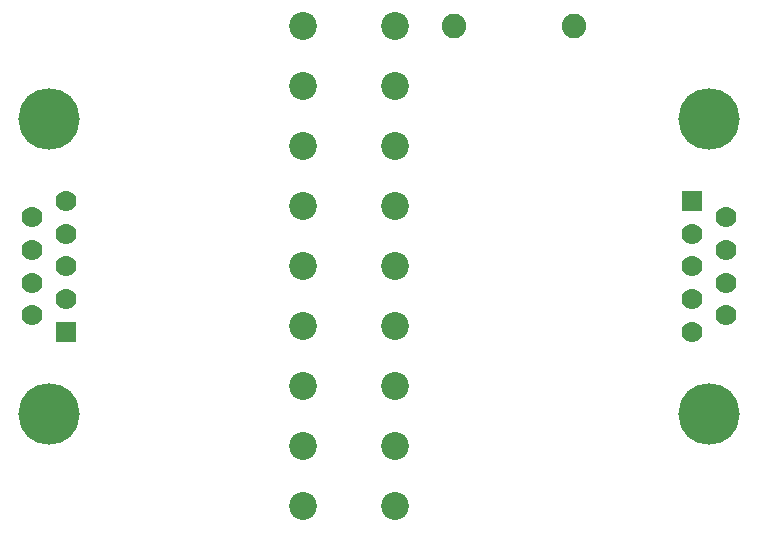
<source format=gts>
G04 Layer: TopSolderMaskLayer*
G04 EasyEDA v5.9.42, Tue, 26 Mar 2019 22:23:46 GMT*
G04 136a07bf7604451eaa250bedc6906433*
G04 Gerber Generator version 0.2*
G04 Scale: 100 percent, Rotated: No, Reflected: No *
G04 Dimensions in inches *
G04 leading zeros omitted , absolute positions ,2 integer and 4 decimal *
%FSLAX24Y24*%
%MOIN*%
G90*
G70D02*

%ADD21C,0.093000*%
%ADD22C,0.082000*%
%ADD23C,0.070000*%
%ADD24C,0.204850*%
%ADD25R,0.070000X0.070000*%

%LPD*%
G54D21*
G01X18025Y18000D03*
G01X14975Y18000D03*
G01X18025Y16000D03*
G01X14975Y16000D03*
G01X18025Y14000D03*
G01X14975Y14000D03*
G01X18025Y12000D03*
G01X14975Y12000D03*
G01X18025Y10000D03*
G01X14975Y10000D03*
G01X18025Y8000D03*
G01X14975Y8000D03*
G01X18025Y6000D03*
G01X14975Y6000D03*
G01X18025Y4000D03*
G01X14975Y4000D03*
G01X18025Y2000D03*
G01X14975Y2000D03*
G54D22*
G01X24000Y18000D03*
G01X20000Y18000D03*
G54D23*
G01X27940Y9999D03*
G54D24*
G01X28499Y5078D03*
G54D25*
G01X27940Y12173D03*
G54D23*
G01X27940Y11086D03*
G01X27940Y8913D03*
G01X27940Y7826D03*
G01X29059Y11629D03*
G01X29059Y10543D03*
G01X29059Y9456D03*
G01X29059Y8370D03*
G54D24*
G01X28499Y14921D03*
G54D23*
G01X7059Y10000D03*
G54D24*
G01X6500Y14921D03*
G54D25*
G01X7059Y7826D03*
G54D23*
G01X7059Y8913D03*
G01X7059Y11086D03*
G01X7059Y12173D03*
G01X5940Y8370D03*
G01X5940Y9456D03*
G01X5940Y10543D03*
G01X5940Y11629D03*
G54D24*
G01X6500Y5078D03*
M00*
M02*

</source>
